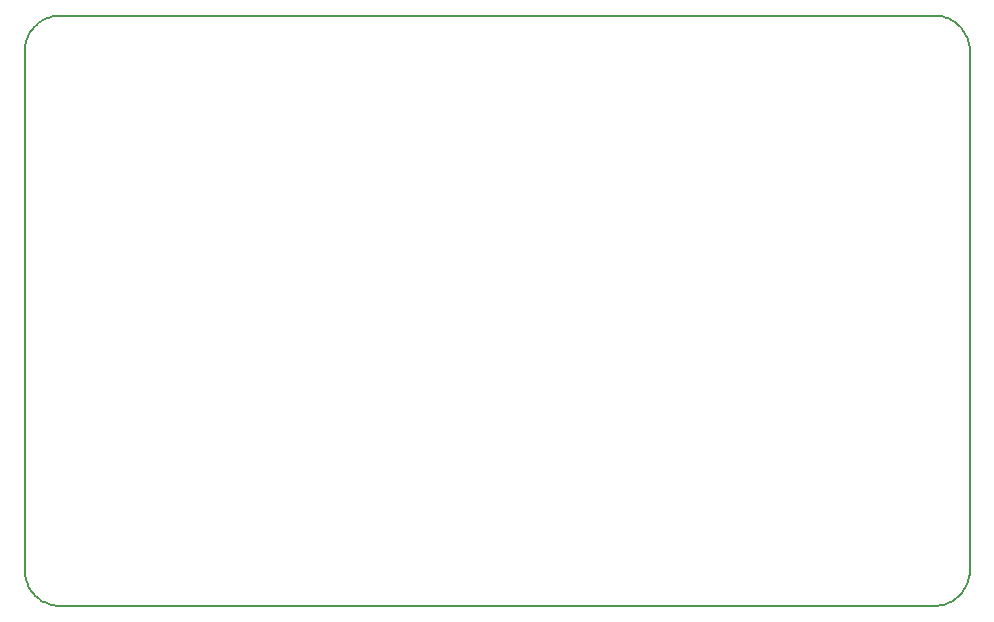
<source format=gko>
G75*
%MOIN*%
%OFA0B0*%
%FSLAX24Y24*%
%IPPOS*%
%LPD*%
%AMOC8*
5,1,8,0,0,1.08239X$1,22.5*
%
%ADD10C,0.0080*%
D10*
X001681Y001331D02*
X001681Y018649D01*
X001683Y018715D01*
X001688Y018781D01*
X001698Y018847D01*
X001711Y018912D01*
X001727Y018976D01*
X001747Y019039D01*
X001771Y019101D01*
X001798Y019161D01*
X001828Y019220D01*
X001862Y019277D01*
X001899Y019332D01*
X001939Y019385D01*
X001981Y019436D01*
X002027Y019484D01*
X002075Y019530D01*
X002126Y019572D01*
X002179Y019612D01*
X002234Y019649D01*
X002291Y019683D01*
X002350Y019713D01*
X002410Y019740D01*
X002472Y019764D01*
X002535Y019784D01*
X002599Y019800D01*
X002664Y019813D01*
X002730Y019823D01*
X002796Y019828D01*
X002862Y019830D01*
X031996Y019830D01*
X032062Y019828D01*
X032128Y019823D01*
X032194Y019813D01*
X032259Y019800D01*
X032323Y019784D01*
X032386Y019764D01*
X032448Y019740D01*
X032508Y019713D01*
X032567Y019683D01*
X032624Y019649D01*
X032679Y019612D01*
X032732Y019572D01*
X032783Y019530D01*
X032831Y019484D01*
X032877Y019436D01*
X032919Y019385D01*
X032959Y019332D01*
X032996Y019277D01*
X033030Y019220D01*
X033060Y019161D01*
X033087Y019101D01*
X033111Y019039D01*
X033131Y018976D01*
X033147Y018912D01*
X033160Y018847D01*
X033170Y018781D01*
X033175Y018715D01*
X033177Y018649D01*
X033177Y001331D01*
X033175Y001265D01*
X033170Y001199D01*
X033160Y001133D01*
X033147Y001068D01*
X033131Y001004D01*
X033111Y000941D01*
X033087Y000879D01*
X033060Y000819D01*
X033030Y000760D01*
X032996Y000703D01*
X032959Y000648D01*
X032919Y000595D01*
X032877Y000544D01*
X032831Y000496D01*
X032783Y000450D01*
X032732Y000408D01*
X032679Y000368D01*
X032624Y000331D01*
X032567Y000297D01*
X032508Y000267D01*
X032448Y000240D01*
X032386Y000216D01*
X032323Y000196D01*
X032259Y000180D01*
X032194Y000167D01*
X032128Y000157D01*
X032062Y000152D01*
X031996Y000150D01*
X002862Y000150D01*
X002796Y000152D01*
X002730Y000157D01*
X002664Y000167D01*
X002599Y000180D01*
X002535Y000196D01*
X002472Y000216D01*
X002410Y000240D01*
X002350Y000267D01*
X002291Y000297D01*
X002234Y000331D01*
X002179Y000368D01*
X002126Y000408D01*
X002075Y000450D01*
X002027Y000496D01*
X001981Y000544D01*
X001939Y000595D01*
X001899Y000648D01*
X001862Y000703D01*
X001828Y000760D01*
X001798Y000819D01*
X001771Y000879D01*
X001747Y000941D01*
X001727Y001004D01*
X001711Y001068D01*
X001698Y001133D01*
X001688Y001199D01*
X001683Y001265D01*
X001681Y001331D01*
M02*

</source>
